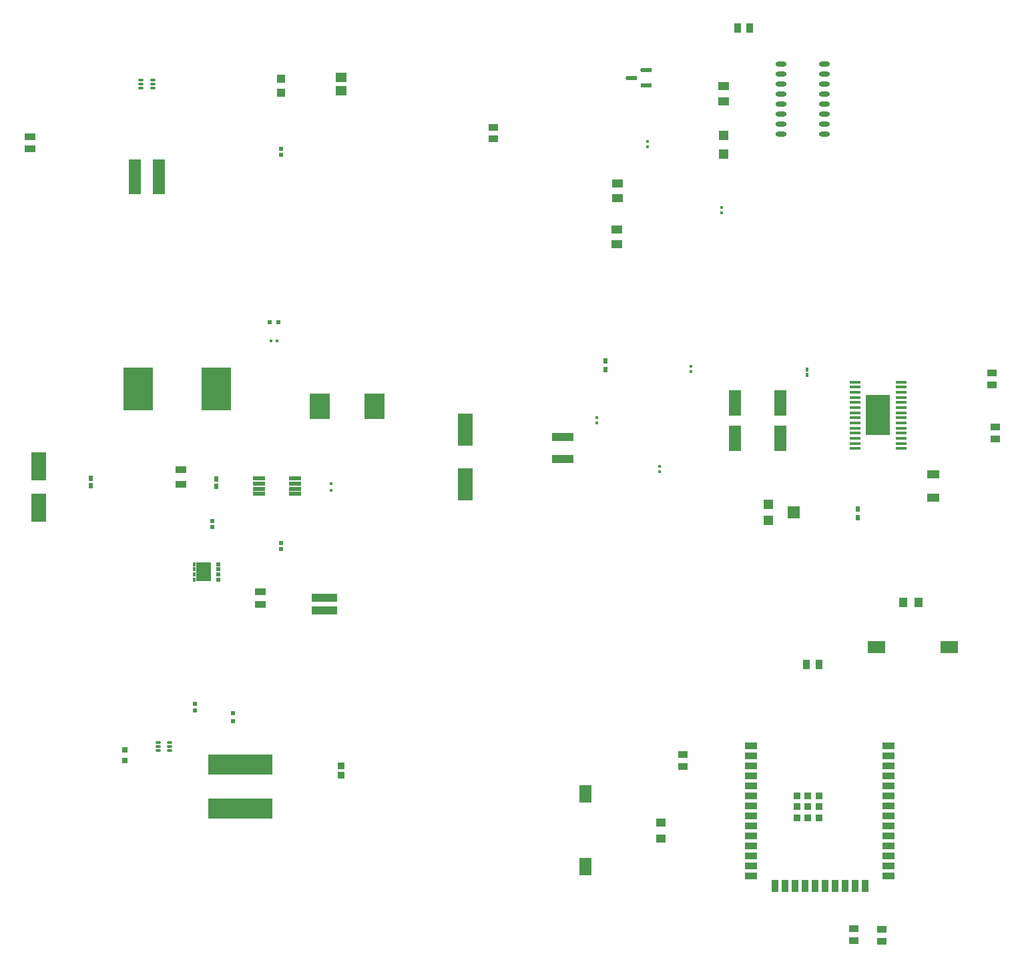
<source format=gtp>
G04*
G04 #@! TF.GenerationSoftware,Altium Limited,Altium Designer,24.9.1 (31)*
G04*
G04 Layer_Color=8421504*
%FSLAX25Y25*%
%MOIN*%
G70*
G04*
G04 #@! TF.SameCoordinates,8287A4C5-CB0D-4E90-9DB4-BFF006B876B5*
G04*
G04*
G04 #@! TF.FilePolarity,Positive*
G04*
G01*
G75*
%ADD15R,0.05906X0.03543*%
%ADD16R,0.03543X0.05906*%
%ADD17R,0.03543X0.03543*%
%ADD18R,0.03568X0.03563*%
G04:AMPARAMS|DCode=19|XSize=26.38mil|YSize=11.81mil|CornerRadius=1.95mil|HoleSize=0mil|Usage=FLASHONLY|Rotation=0.000|XOffset=0mil|YOffset=0mil|HoleType=Round|Shape=RoundedRectangle|*
%AMROUNDEDRECTD19*
21,1,0.02638,0.00791,0,0,0.0*
21,1,0.02248,0.01181,0,0,0.0*
1,1,0.00390,0.01124,-0.00396*
1,1,0.00390,-0.01124,-0.00396*
1,1,0.00390,-0.01124,0.00396*
1,1,0.00390,0.01124,0.00396*
%
%ADD19ROUNDEDRECTD19*%
%ADD20R,0.12205X0.20394*%
%ADD21R,0.05807X0.01772*%
%ADD22O,0.05512X0.02362*%
%ADD23R,0.02362X0.02362*%
%ADD24R,0.32284X0.10236*%
%ADD25R,0.02756X0.02756*%
%ADD26R,0.04969X0.03378*%
%ADD27R,0.03378X0.04969*%
%ADD28R,0.01860X0.01843*%
%ADD29R,0.03937X0.04921*%
%ADD30R,0.05709X0.04921*%
%ADD31R,0.02362X0.02362*%
%ADD32R,0.04969X0.03771*%
%ADD33R,0.02441X0.02598*%
G04:AMPARAMS|DCode=34|XSize=17.72mil|YSize=61.02mil|CornerRadius=1.95mil|HoleSize=0mil|Usage=FLASHONLY|Rotation=90.000|XOffset=0mil|YOffset=0mil|HoleType=Round|Shape=RoundedRectangle|*
%AMROUNDEDRECTD34*
21,1,0.01772,0.05713,0,0,90.0*
21,1,0.01382,0.06102,0,0,90.0*
1,1,0.00390,0.02856,0.00691*
1,1,0.00390,0.02856,-0.00691*
1,1,0.00390,-0.02856,-0.00691*
1,1,0.00390,-0.02856,0.00691*
%
%ADD34ROUNDEDRECTD34*%
%ADD35R,0.01822X0.02190*%
%ADD36R,0.06496X0.12795*%
%ADD37R,0.10709X0.04016*%
%ADD38R,0.02362X0.02756*%
%ADD39R,0.01654X0.01811*%
%ADD40R,0.04724X0.04724*%
%ADD41R,0.05906X0.06299*%
%ADD42R,0.15158X0.21654*%
%ADD43R,0.05906X0.17323*%
%ADD44R,0.03771X0.04969*%
%ADD45R,0.03985X0.04168*%
%ADD46R,0.05315X0.03740*%
G04:AMPARAMS|DCode=47|XSize=58.04mil|YSize=23.03mil|CornerRadius=11.51mil|HoleSize=0mil|Usage=FLASHONLY|Rotation=180.000|XOffset=0mil|YOffset=0mil|HoleType=Round|Shape=RoundedRectangle|*
%AMROUNDEDRECTD47*
21,1,0.05804,0.00000,0,0,180.0*
21,1,0.03501,0.02303,0,0,180.0*
1,1,0.02303,-0.01750,0.00000*
1,1,0.02303,0.01750,0.00000*
1,1,0.02303,0.01750,0.00000*
1,1,0.02303,-0.01750,0.00000*
%
%ADD47ROUNDEDRECTD47*%
%ADD48R,0.05804X0.02303*%
%ADD49R,0.05512X0.04134*%
%ADD50R,0.04921X0.04528*%
%ADD51R,0.01772X0.01772*%
%ADD52R,0.09843X0.12992*%
%ADD53R,0.07480X0.16339*%
%ADD54R,0.01772X0.01772*%
%ADD55R,0.07284X0.13976*%
%ADD56R,0.02480X0.01968*%
%ADD57R,0.01614X0.01968*%
%ADD58R,0.07480X0.09646*%
%ADD59R,0.05512X0.03740*%
%ADD60R,0.06299X0.03937*%
%ADD61R,0.12992X0.04134*%
%ADD62R,0.05472X0.03780*%
%ADD63R,0.08661X0.06299*%
%ADD64R,0.08583X0.06299*%
%ADD65R,0.06299X0.08661*%
%ADD66R,0.06299X0.08583*%
%ADD67R,0.04921X0.03937*%
D15*
X531551Y184209D02*
D03*
Y179209D02*
D03*
Y174209D02*
D03*
Y169209D02*
D03*
Y164209D02*
D03*
Y159209D02*
D03*
Y154209D02*
D03*
Y149209D02*
D03*
Y144209D02*
D03*
Y139209D02*
D03*
Y134209D02*
D03*
Y129209D02*
D03*
Y124209D02*
D03*
Y119209D02*
D03*
X600449D02*
D03*
Y124209D02*
D03*
Y129209D02*
D03*
Y134209D02*
D03*
Y139209D02*
D03*
Y144209D02*
D03*
Y149209D02*
D03*
Y154209D02*
D03*
Y159209D02*
D03*
Y164209D02*
D03*
Y169209D02*
D03*
Y174209D02*
D03*
Y179209D02*
D03*
Y184209D02*
D03*
D16*
X543500Y114287D02*
D03*
X548500D02*
D03*
X553500D02*
D03*
X558500D02*
D03*
X563500D02*
D03*
X568500D02*
D03*
X573500D02*
D03*
X578500D02*
D03*
X583500D02*
D03*
X588500D02*
D03*
D17*
X554583Y159327D02*
D03*
X560094D02*
D03*
X565606D02*
D03*
X554583Y153815D02*
D03*
X560094D02*
D03*
X565606D02*
D03*
X554583Y148303D02*
D03*
X560094D02*
D03*
X565606D02*
D03*
D18*
X327000Y169500D02*
D03*
Y174229D02*
D03*
D19*
X241413Y185968D02*
D03*
Y184000D02*
D03*
Y182032D02*
D03*
X235587D02*
D03*
Y184000D02*
D03*
Y185968D02*
D03*
X232913Y516968D02*
D03*
Y515000D02*
D03*
Y513031D02*
D03*
X227087D02*
D03*
Y515000D02*
D03*
Y516968D02*
D03*
D20*
X595067Y349425D02*
D03*
D21*
X606634Y366059D02*
D03*
Y363500D02*
D03*
Y360941D02*
D03*
Y358382D02*
D03*
Y355823D02*
D03*
Y353264D02*
D03*
Y350705D02*
D03*
Y348146D02*
D03*
Y345587D02*
D03*
Y343028D02*
D03*
Y340469D02*
D03*
Y337910D02*
D03*
Y335350D02*
D03*
Y332791D02*
D03*
X583500D02*
D03*
Y335350D02*
D03*
Y337910D02*
D03*
Y340469D02*
D03*
Y343028D02*
D03*
Y345587D02*
D03*
Y348146D02*
D03*
Y350705D02*
D03*
Y353264D02*
D03*
Y355823D02*
D03*
Y358382D02*
D03*
Y360941D02*
D03*
Y363500D02*
D03*
Y366059D02*
D03*
D22*
X546673Y525000D02*
D03*
Y520000D02*
D03*
Y515000D02*
D03*
Y510000D02*
D03*
Y505000D02*
D03*
Y500000D02*
D03*
Y495000D02*
D03*
Y490000D02*
D03*
X568327Y525000D02*
D03*
Y520000D02*
D03*
Y515000D02*
D03*
Y510000D02*
D03*
Y505000D02*
D03*
Y500000D02*
D03*
Y495000D02*
D03*
Y490000D02*
D03*
D23*
X273000Y200567D02*
D03*
Y196433D02*
D03*
D24*
X276500Y175024D02*
D03*
Y152976D02*
D03*
D25*
X219000Y176744D02*
D03*
Y182256D02*
D03*
D26*
X497500Y180059D02*
D03*
X652000Y370559D02*
D03*
Y364441D02*
D03*
X653500Y337441D02*
D03*
Y343559D02*
D03*
X597000Y86441D02*
D03*
Y92559D02*
D03*
X497500Y173941D02*
D03*
X583000Y86941D02*
D03*
Y93059D02*
D03*
D27*
X559441Y225000D02*
D03*
X565559D02*
D03*
D28*
X254000Y201917D02*
D03*
Y205083D02*
D03*
X297000Y479417D02*
D03*
Y482583D02*
D03*
X262500Y293417D02*
D03*
Y296583D02*
D03*
X297000Y282417D02*
D03*
Y285583D02*
D03*
D29*
X607563Y256000D02*
D03*
X615437D02*
D03*
D30*
X327000Y518347D02*
D03*
Y511654D02*
D03*
D31*
X291433Y396000D02*
D03*
X295567D02*
D03*
D32*
X403000Y493363D02*
D03*
Y487637D02*
D03*
D33*
X202000Y317732D02*
D03*
Y314268D02*
D03*
X264500Y314035D02*
D03*
Y317500D02*
D03*
D34*
X304153Y310161D02*
D03*
Y312720D02*
D03*
Y315280D02*
D03*
Y317839D02*
D03*
X285846Y310161D02*
D03*
Y312720D02*
D03*
Y315280D02*
D03*
Y317839D02*
D03*
D35*
X559500Y369609D02*
D03*
Y372391D02*
D03*
D36*
X546220Y355500D02*
D03*
X523779D02*
D03*
X546220Y338000D02*
D03*
X523779D02*
D03*
D37*
X437500Y327488D02*
D03*
Y338512D02*
D03*
D38*
X459000Y376665D02*
D03*
Y372335D02*
D03*
X585000Y302665D02*
D03*
Y298335D02*
D03*
D39*
X480000Y486299D02*
D03*
Y483701D02*
D03*
X517000Y450701D02*
D03*
Y453299D02*
D03*
X454500Y345701D02*
D03*
Y348299D02*
D03*
X501500Y371201D02*
D03*
Y373799D02*
D03*
X486000Y321201D02*
D03*
Y323799D02*
D03*
D40*
X540205Y304937D02*
D03*
Y297063D02*
D03*
D41*
X553000Y301000D02*
D03*
D42*
X225500Y362500D02*
D03*
X264673D02*
D03*
D43*
X236004Y468500D02*
D03*
X223996D02*
D03*
D44*
X525137Y543000D02*
D03*
X530863D02*
D03*
D45*
X297000Y510548D02*
D03*
Y517452D02*
D03*
D46*
X171500Y488453D02*
D03*
Y482547D02*
D03*
D47*
X472000Y518000D02*
D03*
X479364Y521740D02*
D03*
D48*
Y514260D02*
D03*
D49*
X518000Y513740D02*
D03*
Y506260D02*
D03*
X465000Y465240D02*
D03*
Y457760D02*
D03*
X464500Y434760D02*
D03*
Y442240D02*
D03*
D50*
X518000Y489126D02*
D03*
Y479874D02*
D03*
D51*
X291925Y386500D02*
D03*
X295075D02*
D03*
D52*
X316417Y354000D02*
D03*
X343583D02*
D03*
D53*
X389000Y342181D02*
D03*
Y314819D02*
D03*
D54*
X322000Y315075D02*
D03*
Y311925D02*
D03*
D55*
X176000Y323933D02*
D03*
Y303067D02*
D03*
D56*
X265500Y267323D02*
D03*
Y269882D02*
D03*
Y272441D02*
D03*
Y275000D02*
D03*
D57*
X253768D02*
D03*
Y272441D02*
D03*
Y269882D02*
D03*
Y267323D02*
D03*
D58*
X258315Y271161D02*
D03*
D59*
X247000Y314858D02*
D03*
Y322142D02*
D03*
D60*
X622500Y308095D02*
D03*
Y319905D02*
D03*
D61*
X318500Y251752D02*
D03*
Y258248D02*
D03*
D62*
X286500Y261110D02*
D03*
Y254890D02*
D03*
D63*
X594410Y233500D02*
D03*
D64*
X630590D02*
D03*
D65*
X449000Y160091D02*
D03*
D66*
Y123909D02*
D03*
D67*
X486500Y138063D02*
D03*
Y145937D02*
D03*
M02*

</source>
